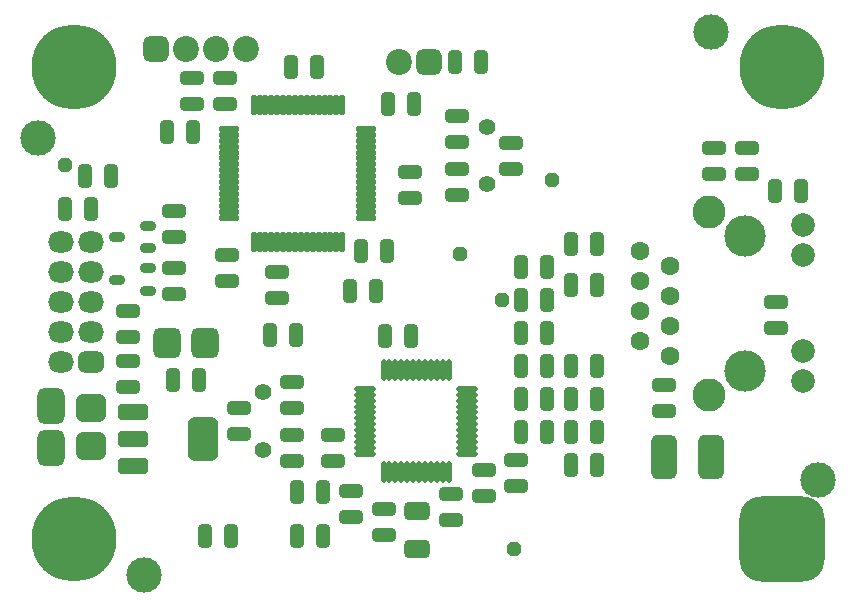
<source format=gbs>
G04*
G04 #@! TF.GenerationSoftware,Altium Limited,Altium Designer,22.11.1 (43)*
G04*
G04 Layer_Color=16711935*
%FSLAX44Y44*%
%MOMM*%
G71*
G04*
G04 #@! TF.SameCoordinates,B4B51071-859D-47FF-9FC0-9373829CE578*
G04*
G04*
G04 #@! TF.FilePolarity,Negative*
G04*
G01*
G75*
G04:AMPARAMS|DCode=16|XSize=2.2mm|YSize=2.2mm|CornerRadius=0.6mm|HoleSize=0mm|Usage=FLASHONLY|Rotation=180.000|XOffset=0mm|YOffset=0mm|HoleType=Round|Shape=RoundedRectangle|*
%AMROUNDEDRECTD16*
21,1,2.2000,1.0000,0,0,180.0*
21,1,1.0000,2.2000,0,0,180.0*
1,1,1.2000,-0.5000,0.5000*
1,1,1.2000,0.5000,0.5000*
1,1,1.2000,0.5000,-0.5000*
1,1,1.2000,-0.5000,-0.5000*
%
%ADD16ROUNDEDRECTD16*%
%ADD17C,2.2000*%
%ADD18C,2.0000*%
%ADD19C,1.6000*%
%ADD20C,3.5000*%
%ADD21C,2.8000*%
%ADD22C,7.2000*%
G04:AMPARAMS|DCode=23|XSize=1.2mm|YSize=1.2mm|CornerRadius=0mm|HoleSize=0mm|Usage=FLASHONLY|Rotation=90.000|XOffset=0mm|YOffset=0mm|HoleType=Round|Shape=Octagon|*
%AMOCTAGOND23*
4,1,8,0.3000,0.6000,-0.3000,0.6000,-0.6000,0.3000,-0.6000,-0.3000,-0.3000,-0.6000,0.3000,-0.6000,0.6000,-0.3000,0.6000,0.3000,0.3000,0.6000,0.0*
%
%ADD23OCTAGOND23*%

G04:AMPARAMS|DCode=24|XSize=1.2mm|YSize=1.2mm|CornerRadius=0mm|HoleSize=0mm|Usage=FLASHONLY|Rotation=0.000|XOffset=0mm|YOffset=0mm|HoleType=Round|Shape=Octagon|*
%AMOCTAGOND24*
4,1,8,0.6000,-0.3000,0.6000,0.3000,0.3000,0.6000,-0.3000,0.6000,-0.6000,0.3000,-0.6000,-0.3000,-0.3000,-0.6000,0.3000,-0.6000,0.6000,-0.3000,0.0*
%
%ADD24OCTAGOND24*%

%ADD25O,2.2000X1.8000*%
G04:AMPARAMS|DCode=26|XSize=1.8mm|YSize=2.2mm|CornerRadius=0.5mm|HoleSize=0mm|Usage=FLASHONLY|Rotation=90.000|XOffset=0mm|YOffset=0mm|HoleType=Round|Shape=RoundedRectangle|*
%AMROUNDEDRECTD26*
21,1,1.8000,1.2000,0,0,90.0*
21,1,0.8000,2.2000,0,0,90.0*
1,1,1.0000,0.6000,0.4000*
1,1,1.0000,0.6000,-0.4000*
1,1,1.0000,-0.6000,-0.4000*
1,1,1.0000,-0.6000,0.4000*
%
%ADD26ROUNDEDRECTD26*%
%ADD27C,1.4000*%
G04:AMPARAMS|DCode=28|XSize=7.2mm|YSize=7.2mm|CornerRadius=1.85mm|HoleSize=0mm|Usage=FLASHONLY|Rotation=0.000|XOffset=0mm|YOffset=0mm|HoleType=Round|Shape=RoundedRectangle|*
%AMROUNDEDRECTD28*
21,1,7.2000,3.5000,0,0,0.0*
21,1,3.5000,7.2000,0,0,0.0*
1,1,3.7000,1.7500,-1.7500*
1,1,3.7000,-1.7500,-1.7500*
1,1,3.7000,-1.7500,1.7500*
1,1,3.7000,1.7500,1.7500*
%
%ADD28ROUNDEDRECTD28*%
G04:AMPARAMS|DCode=63|XSize=2mm|YSize=1.2mm|CornerRadius=0.35mm|HoleSize=0mm|Usage=FLASHONLY|Rotation=270.000|XOffset=0mm|YOffset=0mm|HoleType=Round|Shape=RoundedRectangle|*
%AMROUNDEDRECTD63*
21,1,2.0000,0.5000,0,0,270.0*
21,1,1.3000,1.2000,0,0,270.0*
1,1,0.7000,-0.2500,-0.6500*
1,1,0.7000,-0.2500,0.6500*
1,1,0.7000,0.2500,0.6500*
1,1,0.7000,0.2500,-0.6500*
%
%ADD63ROUNDEDRECTD63*%
%ADD64C,3.0000*%
G04:AMPARAMS|DCode=65|XSize=3.8mm|YSize=2.2mm|CornerRadius=0.6mm|HoleSize=0mm|Usage=FLASHONLY|Rotation=270.000|XOffset=0mm|YOffset=0mm|HoleType=Round|Shape=RoundedRectangle|*
%AMROUNDEDRECTD65*
21,1,3.8000,1.0000,0,0,270.0*
21,1,2.6000,2.2000,0,0,270.0*
1,1,1.2000,-0.5000,-1.3000*
1,1,1.2000,-0.5000,1.3000*
1,1,1.2000,0.5000,1.3000*
1,1,1.2000,0.5000,-1.3000*
%
%ADD65ROUNDEDRECTD65*%
G04:AMPARAMS|DCode=66|XSize=2.4mm|YSize=2.6mm|CornerRadius=0.65mm|HoleSize=0mm|Usage=FLASHONLY|Rotation=0.000|XOffset=0mm|YOffset=0mm|HoleType=Round|Shape=RoundedRectangle|*
%AMROUNDEDRECTD66*
21,1,2.4000,1.3000,0,0,0.0*
21,1,1.1000,2.6000,0,0,0.0*
1,1,1.3000,0.5500,-0.6500*
1,1,1.3000,-0.5500,-0.6500*
1,1,1.3000,-0.5500,0.6500*
1,1,1.3000,0.5500,0.6500*
%
%ADD66ROUNDEDRECTD66*%
G04:AMPARAMS|DCode=67|XSize=2.4mm|YSize=2.6mm|CornerRadius=0.65mm|HoleSize=0mm|Usage=FLASHONLY|Rotation=90.000|XOffset=0mm|YOffset=0mm|HoleType=Round|Shape=RoundedRectangle|*
%AMROUNDEDRECTD67*
21,1,2.4000,1.3000,0,0,90.0*
21,1,1.1000,2.6000,0,0,90.0*
1,1,1.3000,0.6500,0.5500*
1,1,1.3000,0.6500,-0.5500*
1,1,1.3000,-0.6500,-0.5500*
1,1,1.3000,-0.6500,0.5500*
%
%ADD67ROUNDEDRECTD67*%
G04:AMPARAMS|DCode=68|XSize=2.2mm|YSize=1.6mm|CornerRadius=0.45mm|HoleSize=0mm|Usage=FLASHONLY|Rotation=180.000|XOffset=0mm|YOffset=0mm|HoleType=Round|Shape=RoundedRectangle|*
%AMROUNDEDRECTD68*
21,1,2.2000,0.7000,0,0,180.0*
21,1,1.3000,1.6000,0,0,180.0*
1,1,0.9000,-0.6500,0.3500*
1,1,0.9000,0.6500,0.3500*
1,1,0.9000,0.6500,-0.3500*
1,1,0.9000,-0.6500,-0.3500*
%
%ADD68ROUNDEDRECTD68*%
G04:AMPARAMS|DCode=69|XSize=2mm|YSize=1.2mm|CornerRadius=0.35mm|HoleSize=0mm|Usage=FLASHONLY|Rotation=0.000|XOffset=0mm|YOffset=0mm|HoleType=Round|Shape=RoundedRectangle|*
%AMROUNDEDRECTD69*
21,1,2.0000,0.5000,0,0,0.0*
21,1,1.3000,1.2000,0,0,0.0*
1,1,0.7000,0.6500,-0.2500*
1,1,0.7000,-0.6500,-0.2500*
1,1,0.7000,-0.6500,0.2500*
1,1,0.7000,0.6500,0.2500*
%
%ADD69ROUNDEDRECTD69*%
G04:AMPARAMS|DCode=70|XSize=0.5mm|YSize=1.8mm|CornerRadius=0.175mm|HoleSize=0mm|Usage=FLASHONLY|Rotation=180.000|XOffset=0mm|YOffset=0mm|HoleType=Round|Shape=RoundedRectangle|*
%AMROUNDEDRECTD70*
21,1,0.5000,1.4500,0,0,180.0*
21,1,0.1500,1.8000,0,0,180.0*
1,1,0.3500,-0.0750,0.7250*
1,1,0.3500,0.0750,0.7250*
1,1,0.3500,0.0750,-0.7250*
1,1,0.3500,-0.0750,-0.7250*
%
%ADD70ROUNDEDRECTD70*%
G04:AMPARAMS|DCode=71|XSize=0.5mm|YSize=1.8mm|CornerRadius=0.175mm|HoleSize=0mm|Usage=FLASHONLY|Rotation=90.000|XOffset=0mm|YOffset=0mm|HoleType=Round|Shape=RoundedRectangle|*
%AMROUNDEDRECTD71*
21,1,0.5000,1.4500,0,0,90.0*
21,1,0.1500,1.8000,0,0,90.0*
1,1,0.3500,0.7250,0.0750*
1,1,0.3500,0.7250,-0.0750*
1,1,0.3500,-0.7250,-0.0750*
1,1,0.3500,-0.7250,0.0750*
%
%ADD71ROUNDEDRECTD71*%
%ADD72O,1.8000X0.5000*%
%ADD73O,0.5000X1.8000*%
G04:AMPARAMS|DCode=74|XSize=0.8mm|YSize=1.3mm|CornerRadius=0.25mm|HoleSize=0mm|Usage=FLASHONLY|Rotation=90.000|XOffset=0mm|YOffset=0mm|HoleType=Round|Shape=RoundedRectangle|*
%AMROUNDEDRECTD74*
21,1,0.8000,0.8000,0,0,90.0*
21,1,0.3000,1.3000,0,0,90.0*
1,1,0.5000,0.4000,0.1500*
1,1,0.5000,0.4000,-0.1500*
1,1,0.5000,-0.4000,-0.1500*
1,1,0.5000,-0.4000,0.1500*
%
%ADD74ROUNDEDRECTD74*%
G04:AMPARAMS|DCode=75|XSize=1.4mm|YSize=2.6mm|CornerRadius=0.4mm|HoleSize=0mm|Usage=FLASHONLY|Rotation=270.000|XOffset=0mm|YOffset=0mm|HoleType=Round|Shape=RoundedRectangle|*
%AMROUNDEDRECTD75*
21,1,1.4000,1.8000,0,0,270.0*
21,1,0.6000,2.6000,0,0,270.0*
1,1,0.8000,-0.9000,-0.3000*
1,1,0.8000,-0.9000,0.3000*
1,1,0.8000,0.9000,0.3000*
1,1,0.8000,0.9000,-0.3000*
%
%ADD75ROUNDEDRECTD75*%
G04:AMPARAMS|DCode=76|XSize=3.8mm|YSize=2.6mm|CornerRadius=0.7mm|HoleSize=0mm|Usage=FLASHONLY|Rotation=270.000|XOffset=0mm|YOffset=0mm|HoleType=Round|Shape=RoundedRectangle|*
%AMROUNDEDRECTD76*
21,1,3.8000,1.2000,0,0,270.0*
21,1,2.4000,2.6000,0,0,270.0*
1,1,1.4000,-0.6000,-1.2000*
1,1,1.4000,-0.6000,1.2000*
1,1,1.4000,0.6000,1.2000*
1,1,1.4000,0.6000,-1.2000*
%
%ADD76ROUNDEDRECTD76*%
G04:AMPARAMS|DCode=77|XSize=2.3mm|YSize=3.1mm|CornerRadius=0.625mm|HoleSize=0mm|Usage=FLASHONLY|Rotation=180.000|XOffset=0mm|YOffset=0mm|HoleType=Round|Shape=RoundedRectangle|*
%AMROUNDEDRECTD77*
21,1,2.3000,1.8500,0,0,180.0*
21,1,1.0500,3.1000,0,0,180.0*
1,1,1.2500,-0.5250,0.9250*
1,1,1.2500,0.5250,0.9250*
1,1,1.2500,0.5250,-0.9250*
1,1,1.2500,-0.5250,-0.9250*
%
%ADD77ROUNDEDRECTD77*%
D16*
X351000Y454000D02*
D03*
X120000Y465000D02*
D03*
D17*
X325600Y454000D02*
D03*
X145400Y465000D02*
D03*
X196200D02*
D03*
X170800D02*
D03*
D18*
X667500Y290900D02*
D03*
Y316300D02*
D03*
Y209100D02*
D03*
Y183700D02*
D03*
D19*
X529600Y294450D02*
D03*
X555000Y281750D02*
D03*
X529600Y269050D02*
D03*
X555000Y256350D02*
D03*
X529600Y243650D02*
D03*
X555000Y230950D02*
D03*
X529600Y218250D02*
D03*
X555000Y205550D02*
D03*
D20*
X618500Y307150D02*
D03*
Y192850D02*
D03*
D21*
X588000Y327450D02*
D03*
Y172550D02*
D03*
D22*
X650000Y450000D02*
D03*
X50000Y50000D02*
D03*
Y450000D02*
D03*
D23*
X377000Y292000D02*
D03*
X423000Y42000D02*
D03*
X412681Y252564D02*
D03*
X455000Y354000D02*
D03*
D24*
X43000Y367000D02*
D03*
D25*
X39600Y301600D02*
D03*
X65000D02*
D03*
X39600Y276200D02*
D03*
X65000D02*
D03*
X39600Y250800D02*
D03*
X65000D02*
D03*
X39600Y225400D02*
D03*
X65000D02*
D03*
X39600Y200000D02*
D03*
D26*
X65000D02*
D03*
D27*
X400000Y350600D02*
D03*
Y399400D02*
D03*
X210000Y125600D02*
D03*
Y174400D02*
D03*
D28*
X650000Y50000D02*
D03*
D63*
X395000Y454000D02*
D03*
X373000D02*
D03*
X471500Y265000D02*
D03*
X493500D02*
D03*
X471500Y300000D02*
D03*
X493500D02*
D03*
X429000Y281000D02*
D03*
X451000D02*
D03*
Y253000D02*
D03*
X429000D02*
D03*
X451000Y225000D02*
D03*
X429000D02*
D03*
Y197000D02*
D03*
X451000D02*
D03*
X451000Y169000D02*
D03*
X429000D02*
D03*
X493000Y197000D02*
D03*
X471000D02*
D03*
X493000Y169000D02*
D03*
X471000D02*
D03*
X493000Y141000D02*
D03*
X471000D02*
D03*
X644000Y345000D02*
D03*
X666000D02*
D03*
X183000Y53000D02*
D03*
X161000D02*
D03*
X216000Y223000D02*
D03*
X238000D02*
D03*
X336000Y222000D02*
D03*
X314000D02*
D03*
X306000Y260000D02*
D03*
X284000D02*
D03*
X293000Y294000D02*
D03*
X315000D02*
D03*
X338000Y419000D02*
D03*
X316000D02*
D03*
X256000Y450000D02*
D03*
X234000D02*
D03*
X129000Y395000D02*
D03*
X151000D02*
D03*
X60000Y358000D02*
D03*
X82000D02*
D03*
X134000Y185000D02*
D03*
X156000D02*
D03*
X239000Y90000D02*
D03*
X261000D02*
D03*
X239000Y52500D02*
D03*
X261000D02*
D03*
X471000Y113000D02*
D03*
X493000D02*
D03*
X429000Y141000D02*
D03*
X451000D02*
D03*
X65000Y330000D02*
D03*
X43000D02*
D03*
D64*
X590000Y480000D02*
D03*
X680000Y100000D02*
D03*
X110000Y20000D02*
D03*
X20000Y390000D02*
D03*
D65*
X550000Y120000D02*
D03*
X590000D02*
D03*
D66*
X161000Y216000D02*
D03*
X129000D02*
D03*
D67*
X65000Y161000D02*
D03*
Y129000D02*
D03*
D68*
X341000Y74000D02*
D03*
Y42000D02*
D03*
D69*
X420000Y364000D02*
D03*
Y386000D02*
D03*
X550000Y159000D02*
D03*
Y181000D02*
D03*
X620000Y381000D02*
D03*
Y359000D02*
D03*
X592000Y381000D02*
D03*
Y359000D02*
D03*
X180000Y269000D02*
D03*
Y291000D02*
D03*
X222500Y276000D02*
D03*
Y254000D02*
D03*
X335000Y361000D02*
D03*
Y339000D02*
D03*
X375000Y363500D02*
D03*
Y341500D02*
D03*
Y386500D02*
D03*
Y408500D02*
D03*
X178000Y419000D02*
D03*
Y441000D02*
D03*
X150000Y419000D02*
D03*
Y441000D02*
D03*
X135000Y328000D02*
D03*
Y306000D02*
D03*
Y280000D02*
D03*
Y258000D02*
D03*
X270000Y116000D02*
D03*
Y138000D02*
D03*
X312500Y54000D02*
D03*
Y76000D02*
D03*
X370000Y66000D02*
D03*
Y88000D02*
D03*
X425000Y117000D02*
D03*
Y95000D02*
D03*
X397500Y86500D02*
D03*
Y108500D02*
D03*
X285000Y69000D02*
D03*
Y91000D02*
D03*
X235000Y138500D02*
D03*
Y116500D02*
D03*
X190000Y139000D02*
D03*
Y161000D02*
D03*
X235000Y161500D02*
D03*
Y183500D02*
D03*
X645000Y251000D02*
D03*
Y229000D02*
D03*
X96000Y221000D02*
D03*
Y243000D02*
D03*
Y201000D02*
D03*
Y179000D02*
D03*
D70*
X367500Y193000D02*
D03*
X362500D02*
D03*
X357500D02*
D03*
X352500D02*
D03*
X347500D02*
D03*
X342500D02*
D03*
X337500D02*
D03*
X332500D02*
D03*
X327500D02*
D03*
X322500D02*
D03*
X317500D02*
D03*
X312500D02*
D03*
Y107000D02*
D03*
X317500D02*
D03*
X322500D02*
D03*
X327500D02*
D03*
X332500D02*
D03*
X337500D02*
D03*
X342500D02*
D03*
X347500D02*
D03*
X352500D02*
D03*
X357500D02*
D03*
X362500D02*
D03*
X367500D02*
D03*
D71*
X383000Y122500D02*
D03*
Y127500D02*
D03*
Y132500D02*
D03*
Y137500D02*
D03*
Y142500D02*
D03*
Y147500D02*
D03*
Y152500D02*
D03*
Y157500D02*
D03*
Y162500D02*
D03*
Y167500D02*
D03*
Y172500D02*
D03*
Y177500D02*
D03*
X297000D02*
D03*
Y172500D02*
D03*
Y167500D02*
D03*
Y162500D02*
D03*
Y157500D02*
D03*
Y152500D02*
D03*
Y147500D02*
D03*
Y142500D02*
D03*
Y137500D02*
D03*
Y132500D02*
D03*
Y127500D02*
D03*
Y122500D02*
D03*
D72*
X298000Y332500D02*
D03*
Y337500D02*
D03*
Y322500D02*
D03*
Y327500D02*
D03*
Y352500D02*
D03*
Y342500D02*
D03*
Y347500D02*
D03*
Y357500D02*
D03*
Y372500D02*
D03*
Y362500D02*
D03*
Y367500D02*
D03*
Y377500D02*
D03*
Y392500D02*
D03*
Y397500D02*
D03*
Y382500D02*
D03*
Y387500D02*
D03*
X182000Y322500D02*
D03*
Y327500D02*
D03*
Y332500D02*
D03*
Y337500D02*
D03*
Y342500D02*
D03*
Y347500D02*
D03*
Y357500D02*
D03*
Y352500D02*
D03*
Y372500D02*
D03*
Y362500D02*
D03*
Y367500D02*
D03*
Y387500D02*
D03*
Y392500D02*
D03*
Y377500D02*
D03*
Y382500D02*
D03*
Y397500D02*
D03*
D73*
X272500Y302000D02*
D03*
X277500D02*
D03*
X267500D02*
D03*
X252500D02*
D03*
X257500D02*
D03*
X242500D02*
D03*
X247500D02*
D03*
X262500D02*
D03*
X277500Y418000D02*
D03*
X267500D02*
D03*
X272500D02*
D03*
X252500D02*
D03*
X257500D02*
D03*
X242500D02*
D03*
X247500D02*
D03*
X262500D02*
D03*
X237500Y302000D02*
D03*
X232500D02*
D03*
X217500D02*
D03*
X222500D02*
D03*
X207500D02*
D03*
X212500D02*
D03*
X227500D02*
D03*
X202500D02*
D03*
X237500Y418000D02*
D03*
X227500D02*
D03*
X232500D02*
D03*
X217500D02*
D03*
X222500D02*
D03*
X207500D02*
D03*
X212500D02*
D03*
X202500D02*
D03*
D74*
X113000Y296500D02*
D03*
Y315500D02*
D03*
X87000Y306000D02*
D03*
X113000Y260500D02*
D03*
Y279500D02*
D03*
X87000Y270000D02*
D03*
D75*
X100000Y158000D02*
D03*
Y135000D02*
D03*
Y112000D02*
D03*
D76*
X160000Y135000D02*
D03*
D77*
X31000Y162780D02*
D03*
Y127220D02*
D03*
M02*

</source>
